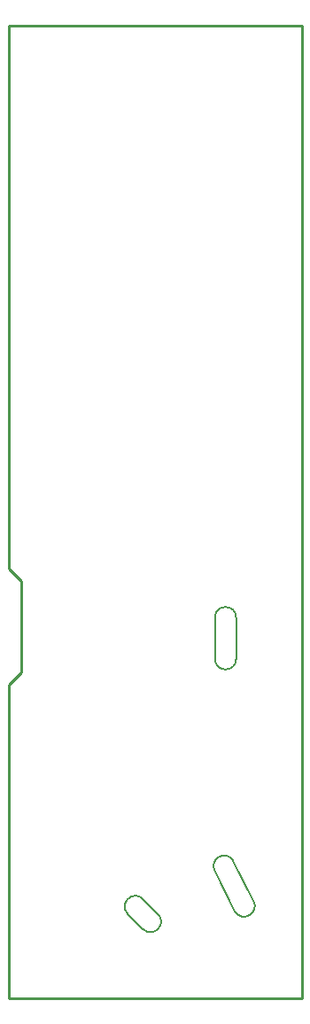
<source format=gbr>
G04 #@! TF.GenerationSoftware,KiCad,Pcbnew,5.1.0-rc2-unknown-036be7d~80~ubuntu16.04.1*
G04 #@! TF.CreationDate,2019-03-08T14:26:04+02:00*
G04 #@! TF.ProjectId,ESP32-PoE-ISO_Rev_B,45535033-322d-4506-9f45-2d49534f5f52,A*
G04 #@! TF.SameCoordinates,Original*
G04 #@! TF.FileFunction,Profile,NP*
%FSLAX46Y46*%
G04 Gerber Fmt 4.6, Leading zero omitted, Abs format (unit mm)*
G04 Created by KiCad (PCBNEW 5.1.0-rc2-unknown-036be7d~80~ubuntu16.04.1) date 2019-03-08 14:26:04*
%MOMM*%
%LPD*%
G04 APERTURE LIST*
%ADD10C,0.150000*%
%ADD11C,0.254000*%
G04 APERTURE END LIST*
D10*
X111887000Y-155702000D02*
X111887000Y-151765000D01*
X109855000Y-155702000D02*
X109854991Y-151765000D01*
X111887000Y-155702000D02*
G75*
G02X109855000Y-155702000I-1016000J0D01*
G01*
X109854991Y-151765000D02*
G75*
G02X111887009Y-151765000I1016009J0D01*
G01*
X104412050Y-180095025D02*
X102975217Y-178658179D01*
X102975212Y-181531865D02*
X101538369Y-180095027D01*
X104412048Y-180095025D02*
G75*
G02X102975212Y-181531865I-718418J-718420D01*
G01*
X101538363Y-180095033D02*
G75*
G02X102975217Y-178658179I718427J718427D01*
G01*
X111623880Y-175006002D02*
X113528883Y-178815998D01*
X113528883Y-178815998D02*
G75*
G02X111769117Y-179832002I-879883J-508002D01*
G01*
X109864120Y-176021998D02*
G75*
G02X111623880Y-175006002I879880J507998D01*
G01*
X109855000Y-176022000D02*
X111769117Y-179832002D01*
D11*
X90150000Y-158200000D02*
X91350000Y-157000000D01*
X90150000Y-188150000D02*
X90150000Y-158200000D01*
X91350000Y-148300000D02*
X91350000Y-157000000D01*
X90150000Y-147100000D02*
X91350000Y-148300000D01*
X90150000Y-147100000D02*
X90150000Y-95150000D01*
X90150000Y-188150000D02*
X118150000Y-188150000D01*
X90150000Y-95150000D02*
X118150000Y-95150000D01*
X118150000Y-188150000D02*
X118150000Y-95150000D01*
M02*

</source>
